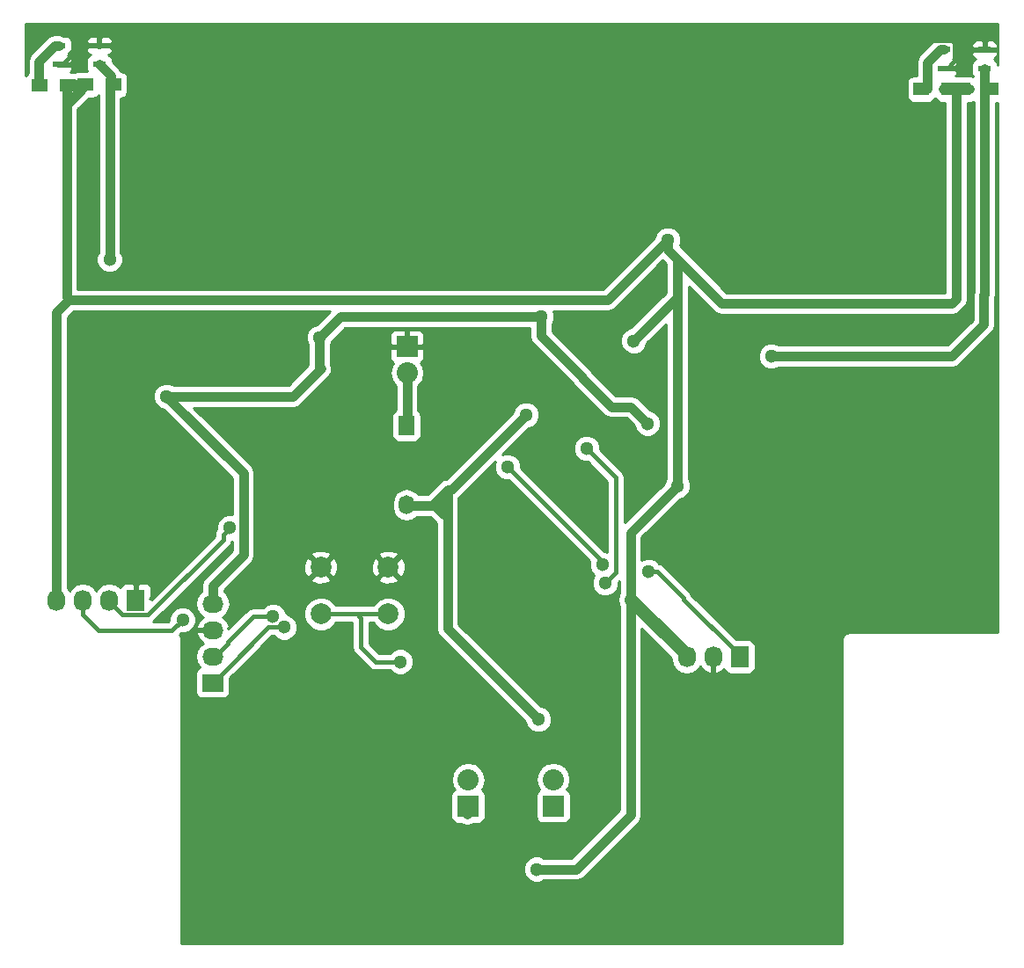
<source format=gbr>
G04 #@! TF.FileFunction,Copper,L2,Bot,Signal*
%FSLAX46Y46*%
G04 Gerber Fmt 4.6, Leading zero omitted, Abs format (unit mm)*
G04 Created by KiCad (PCBNEW 4.0.4-stable) date 11/02/17 14:02:35*
%MOMM*%
%LPD*%
G01*
G04 APERTURE LIST*
%ADD10C,0.100000*%
%ADD11R,1.727200X2.032000*%
%ADD12O,1.727200X2.032000*%
%ADD13C,2.000000*%
%ADD14R,2.032000X2.032000*%
%ADD15O,2.032000X2.032000*%
%ADD16R,2.032000X1.727200*%
%ADD17O,2.032000X1.727200*%
%ADD18R,1.524000X1.824000*%
%ADD19O,1.524000X1.824000*%
%ADD20R,1.300000X0.600000*%
%ADD21R,1.500000X1.300000*%
%ADD22C,1.300000*%
%ADD23C,0.406400*%
%ADD24C,0.889000*%
%ADD25C,1.270000*%
%ADD26C,0.304800*%
%ADD27C,0.254000*%
G04 APERTURE END LIST*
D10*
D11*
X111290000Y-116220000D03*
D12*
X108750000Y-116220000D03*
X106210000Y-116220000D03*
X103670000Y-116220000D03*
D13*
X129110000Y-117540000D03*
X129110000Y-113040000D03*
X135610000Y-117540000D03*
X135610000Y-113040000D03*
D14*
X137410000Y-91780000D03*
D15*
X137410000Y-94320000D03*
D16*
X118710000Y-124170000D03*
D17*
X118710000Y-121630000D03*
X118710000Y-119090000D03*
X118710000Y-116550000D03*
D14*
X151480000Y-136030000D03*
D15*
X151480000Y-133490000D03*
D11*
X169418000Y-121666000D03*
D12*
X166878000Y-121666000D03*
X164338000Y-121666000D03*
D14*
X143290000Y-136050000D03*
D15*
X143290000Y-133510000D03*
D18*
X137360000Y-99410000D03*
D19*
X137360000Y-107030000D03*
D20*
X189070000Y-63200000D03*
X193000000Y-63200000D03*
X189070000Y-65000000D03*
X193000000Y-65000000D03*
X103870000Y-62810000D03*
X107800000Y-62810000D03*
X103870000Y-64610000D03*
X107800000Y-64610000D03*
D21*
X186900000Y-67000000D03*
X189600000Y-67000000D03*
X193600000Y-67000000D03*
X190900000Y-67000000D03*
X102050000Y-66620000D03*
X104750000Y-66620000D03*
X109120000Y-66580000D03*
X106420000Y-66580000D03*
D22*
X137668000Y-85090000D03*
X129140000Y-127550000D03*
X165730000Y-137430000D03*
X152650000Y-129830000D03*
X154470000Y-136300000D03*
X143270000Y-130360000D03*
X140650000Y-135860000D03*
X150060000Y-127690000D03*
X148860000Y-98370000D03*
X160560000Y-99190000D03*
X150300000Y-88910000D03*
X128990000Y-90920000D03*
X114250000Y-96590000D03*
X159220000Y-91240000D03*
X149860000Y-142120000D03*
X163420000Y-105210000D03*
X162490000Y-81530000D03*
X136750000Y-122140000D03*
X125570608Y-118820620D03*
X124520000Y-117750000D03*
X160650000Y-113480000D03*
X120360000Y-109250000D03*
X115810000Y-118110000D03*
X156464000Y-114554000D03*
X154686000Y-101600000D03*
X172480000Y-92720000D03*
X147066000Y-103378000D03*
X156210000Y-112776000D03*
X108780000Y-83420000D03*
D23*
X189070000Y-65000000D02*
X189420000Y-65000000D01*
X189420000Y-65000000D02*
X190123201Y-64296799D01*
X190123201Y-64296799D02*
X190123201Y-62577439D01*
X190123201Y-62577439D02*
X189898052Y-62352290D01*
X189898052Y-62352290D02*
X160405710Y-62352290D01*
X160405710Y-62352290D02*
X138317999Y-84440001D01*
X138317999Y-84440001D02*
X137668000Y-85090000D01*
X107800000Y-62810000D02*
X108856400Y-62810000D01*
X108856400Y-62810000D02*
X131136400Y-85090000D01*
X131136400Y-85090000D02*
X137668000Y-85090000D01*
X107800000Y-62810000D02*
X105670000Y-62810000D01*
X105670000Y-62810000D02*
X104926400Y-63553600D01*
X104926400Y-63903600D02*
X104220000Y-64610000D01*
X104926400Y-63553600D02*
X104926400Y-63903600D01*
X104220000Y-64610000D02*
X103870000Y-64610000D01*
X193000000Y-63200000D02*
X190870000Y-63200000D01*
X190870000Y-63200000D02*
X190126400Y-63943600D01*
X190126400Y-63943600D02*
X190126400Y-64293600D01*
X190126400Y-64293600D02*
X189420000Y-65000000D01*
D24*
X139790000Y-107100000D02*
X140580000Y-107100000D01*
X141300000Y-105590000D02*
X141640000Y-105590000D01*
X141640000Y-105590000D02*
X148860000Y-98370000D01*
X141300000Y-105590000D02*
X141300000Y-108330000D01*
X141300000Y-108330000D02*
X141300000Y-118950000D01*
X139790000Y-107100000D02*
X140070000Y-107100000D01*
X140070000Y-107100000D02*
X141300000Y-108330000D01*
X141300000Y-105590000D02*
X139790000Y-107100000D01*
X139790000Y-107100000D02*
X137860000Y-107100000D01*
X147770000Y-125420000D02*
X147790000Y-125420000D01*
X147790000Y-125420000D02*
X150060000Y-127690000D01*
X146910000Y-124560000D02*
X147770000Y-125420000D01*
X141300000Y-118950000D02*
X146910000Y-124560000D01*
X150300000Y-88910000D02*
X131000000Y-88910000D01*
X131000000Y-88910000D02*
X128990000Y-90920000D01*
X160560000Y-99190000D02*
X158950000Y-97580000D01*
X158950000Y-97580000D02*
X157050000Y-97580000D01*
X157050000Y-97580000D02*
X157110000Y-97520000D01*
X154300001Y-94830001D02*
X157050000Y-97580000D01*
X154300001Y-94780001D02*
X154300001Y-94830001D01*
X154300001Y-94780001D02*
X150300000Y-90780000D01*
X150300000Y-88910000D02*
X150300000Y-90780000D01*
X129110000Y-93920000D02*
X128990000Y-93800000D01*
X128990000Y-93800000D02*
X128990000Y-90920000D01*
X129110000Y-93920000D02*
X126440000Y-96590000D01*
X126440000Y-96590000D02*
X123320000Y-96590000D01*
X123320000Y-96590000D02*
X114250000Y-96590000D01*
X121654501Y-111852899D02*
X121654501Y-103994501D01*
X121654501Y-103994501D02*
X114250000Y-96590000D01*
X118710000Y-114797400D02*
X118710000Y-116550000D01*
X121654501Y-111852899D02*
X118710000Y-114797400D01*
D25*
X158910000Y-116160000D02*
X158984400Y-116160000D01*
X158984400Y-116160000D02*
X164338000Y-121513600D01*
X164338000Y-121513600D02*
X164338000Y-121666000D01*
D24*
X158910000Y-116160000D02*
X158910000Y-109720000D01*
X158910000Y-109720000D02*
X163420000Y-105210000D01*
X163420000Y-105210000D02*
X163420000Y-86940000D01*
X163420000Y-86940000D02*
X163420000Y-83400762D01*
X159220000Y-91240000D02*
X163420000Y-87040000D01*
X163420000Y-87040000D02*
X163420000Y-86940000D01*
X158910000Y-116160000D02*
X158910000Y-136880000D01*
X158910000Y-136880000D02*
X153670000Y-142120000D01*
X153670000Y-142120000D02*
X149860000Y-142120000D01*
X104630000Y-68880000D02*
X104630000Y-66630000D01*
X104630000Y-87080000D02*
X104630000Y-68880000D01*
X104630000Y-68880000D02*
X104630000Y-68470000D01*
X104630000Y-68470000D02*
X106520000Y-66580000D01*
X106520000Y-66580000D02*
X106670000Y-66580000D01*
X150565862Y-142120000D02*
X149860000Y-142120000D01*
X106160000Y-66550000D02*
X104440000Y-66550000D01*
X104650000Y-66610000D02*
X104630000Y-66630000D01*
X104864501Y-87314501D02*
X104630000Y-87080000D01*
X189000000Y-67000000D02*
X191500000Y-67000000D01*
X104864501Y-87314501D02*
X103670000Y-88509002D01*
X103670000Y-88509002D02*
X103670000Y-116220000D01*
D23*
X190250000Y-67000000D02*
X189000000Y-67000000D01*
X191500000Y-67000000D02*
X190250000Y-67000000D01*
D24*
X190250000Y-67000000D02*
X190250000Y-87240000D01*
X190250000Y-87240000D02*
X189831000Y-87659000D01*
X163420000Y-83400762D02*
X163430762Y-83390000D01*
D26*
X163420000Y-104420000D02*
X163420000Y-105210000D01*
X163420000Y-83570762D02*
X163420000Y-104420000D01*
X163430762Y-83560000D02*
X163430762Y-104200000D01*
X163430762Y-83390000D02*
X163430762Y-83560000D01*
X163430762Y-83560000D02*
X163420000Y-83570762D01*
X163430762Y-104200000D02*
X163430762Y-105199238D01*
D24*
X163430762Y-83390000D02*
X167699762Y-87659000D01*
X162490000Y-82449238D02*
X163430762Y-83390000D01*
D26*
X163430762Y-105199238D02*
X163420000Y-105210000D01*
D24*
X162490000Y-81530000D02*
X156705499Y-87314501D01*
X156705499Y-87314501D02*
X104864501Y-87314501D01*
X162490000Y-81530000D02*
X162490000Y-82449238D01*
X167699762Y-87659000D02*
X189831000Y-87659000D01*
D23*
X132980000Y-120760000D02*
X134360000Y-122140000D01*
X134360000Y-122140000D02*
X136750000Y-122140000D01*
X132980000Y-120630000D02*
X132980000Y-120760000D01*
X132220000Y-117540000D02*
X132600000Y-117540000D01*
X132600000Y-117540000D02*
X135610000Y-117540000D01*
X132980000Y-120630000D02*
X132980000Y-117920000D01*
X132980000Y-117920000D02*
X132600000Y-117540000D01*
X129110000Y-117540000D02*
X132220000Y-117540000D01*
D24*
X137410000Y-94320000D02*
X137410000Y-99360000D01*
X137410000Y-99360000D02*
X137360000Y-99410000D01*
D23*
X125570608Y-118820620D02*
X124059380Y-118820620D01*
X124059380Y-118820620D02*
X118710000Y-124170000D01*
D26*
X125570608Y-118820620D02*
X124651370Y-118820620D01*
D27*
X118862400Y-124170000D02*
X118710000Y-124170000D01*
X122660000Y-120372400D02*
X118862400Y-124170000D01*
X122660000Y-120240000D02*
X122660000Y-120372400D01*
D23*
X124520000Y-117750000D02*
X122590000Y-117750000D01*
X122590000Y-117750000D02*
X120132400Y-120207600D01*
X120132400Y-120207600D02*
X120132400Y-120360000D01*
X118862400Y-121630000D02*
X118710000Y-121630000D01*
X120132400Y-120360000D02*
X118862400Y-121630000D01*
D24*
X151690000Y-133440000D02*
X151810000Y-133560000D01*
D23*
X163990000Y-116160000D02*
X164064400Y-116160000D01*
X164064400Y-116160000D02*
X169418000Y-121513600D01*
X169418000Y-121513600D02*
X169418000Y-121666000D01*
X163990000Y-116007600D02*
X161462400Y-113480000D01*
X161462400Y-113480000D02*
X160650000Y-113480000D01*
X163990000Y-116160000D02*
X163990000Y-116007600D01*
X108750000Y-116220000D02*
X108750000Y-116372400D01*
X108750000Y-116372400D02*
X110016801Y-117639201D01*
X110016801Y-117639201D02*
X112476161Y-117639201D01*
X112476161Y-117639201D02*
X119710001Y-110405361D01*
X119710001Y-110405361D02*
X119710001Y-109899999D01*
X119710001Y-109899999D02*
X120360000Y-109250000D01*
D26*
X108750000Y-116220000D02*
X108750000Y-116067600D01*
D23*
X107717600Y-119150000D02*
X114770000Y-119150000D01*
X114770000Y-119150000D02*
X115810000Y-118110000D01*
X106210000Y-116220000D02*
X106210000Y-117642400D01*
X106210000Y-117642400D02*
X107717600Y-119150000D01*
D27*
X106210000Y-116372400D02*
X106210000Y-116220000D01*
D26*
X106210000Y-116067600D02*
X106210000Y-116220000D01*
D24*
X143200000Y-136140000D02*
X143200000Y-136820001D01*
X189070000Y-63200000D02*
X188759898Y-63200000D01*
X188759898Y-63200000D02*
X187500000Y-64459898D01*
X187500000Y-64459898D02*
X187500000Y-65661000D01*
X187500000Y-65661000D02*
X187500000Y-67000000D01*
D23*
X154686000Y-101600000D02*
X157517201Y-104431201D01*
X157517201Y-104431201D02*
X157517201Y-113500799D01*
X157517201Y-113500799D02*
X156464000Y-114554000D01*
D24*
X192920000Y-89680000D02*
X189880000Y-92720000D01*
X189880000Y-92720000D02*
X172480000Y-92720000D01*
X192920000Y-88870000D02*
X192920000Y-89680000D01*
X193000000Y-65000000D02*
X193000000Y-67000000D01*
X193000000Y-86750000D02*
X192920000Y-86830000D01*
X192920000Y-86830000D02*
X192920000Y-88870000D01*
X193000000Y-67000000D02*
X193000000Y-86750000D01*
X193000000Y-86750000D02*
X192930000Y-86820000D01*
D23*
X193000000Y-86750000D02*
X193000000Y-65000000D01*
D24*
X103870000Y-62810000D02*
X103520000Y-62810000D01*
X101991000Y-66311000D02*
X102300000Y-66620000D01*
X103520000Y-62810000D02*
X101991000Y-64339000D01*
X101991000Y-64339000D02*
X101991000Y-66311000D01*
D23*
X147066000Y-103378000D02*
X156210000Y-112522000D01*
X156210000Y-112522000D02*
X156210000Y-112776000D01*
X155825450Y-112776000D02*
X156210000Y-112776000D01*
D24*
X108780000Y-83420000D02*
X108780000Y-66670000D01*
X108780000Y-66670000D02*
X108870000Y-66580000D01*
X108790000Y-66660000D02*
X108870000Y-66580000D01*
X108870000Y-66580000D02*
X108870000Y-65680000D01*
X108870000Y-65680000D02*
X107800000Y-64610000D01*
D27*
G36*
X191920500Y-86427812D02*
X191840500Y-86830000D01*
X191840500Y-89232856D01*
X189432856Y-91640500D01*
X173218064Y-91640500D01*
X173208845Y-91631265D01*
X172736724Y-91435223D01*
X172225519Y-91434777D01*
X171753057Y-91629995D01*
X171391265Y-91991155D01*
X171195223Y-92463276D01*
X171194777Y-92974481D01*
X171389995Y-93446943D01*
X171751155Y-93808735D01*
X172223276Y-94004777D01*
X172734481Y-94005223D01*
X173206943Y-93810005D01*
X173217466Y-93799500D01*
X189880000Y-93799500D01*
X190293107Y-93717328D01*
X190643322Y-93483322D01*
X193683322Y-90443322D01*
X193917328Y-90093107D01*
X193999500Y-89680000D01*
X193999500Y-87152188D01*
X194079500Y-86750000D01*
X194079500Y-68297440D01*
X194290000Y-68297440D01*
X194290000Y-119290000D01*
X180000000Y-119290000D01*
X179728295Y-119344046D01*
X179497954Y-119497954D01*
X179344046Y-119728295D01*
X179290000Y-120000000D01*
X179290000Y-149290000D01*
X115710000Y-149290000D01*
X115710000Y-135034000D01*
X141626560Y-135034000D01*
X141626560Y-137066000D01*
X141670838Y-137301317D01*
X141809910Y-137517441D01*
X142022110Y-137662431D01*
X142274000Y-137713440D01*
X142631412Y-137713440D01*
X142786893Y-137817329D01*
X143200000Y-137899501D01*
X143613107Y-137817329D01*
X143768588Y-137713440D01*
X144306000Y-137713440D01*
X144541317Y-137669162D01*
X144757441Y-137530090D01*
X144902431Y-137317890D01*
X144953440Y-137066000D01*
X144953440Y-135034000D01*
X144949677Y-135014000D01*
X149816560Y-135014000D01*
X149816560Y-137046000D01*
X149860838Y-137281317D01*
X149999910Y-137497441D01*
X150212110Y-137642431D01*
X150464000Y-137693440D01*
X152496000Y-137693440D01*
X152731317Y-137649162D01*
X152947441Y-137510090D01*
X153092431Y-137297890D01*
X153143440Y-137046000D01*
X153143440Y-135014000D01*
X153099162Y-134778683D01*
X152960090Y-134562559D01*
X152803794Y-134455767D01*
X153005325Y-134154155D01*
X153131000Y-133522345D01*
X153131000Y-133457655D01*
X153005325Y-132825845D01*
X152647433Y-132290222D01*
X152111810Y-131932330D01*
X151480000Y-131806655D01*
X150848190Y-131932330D01*
X150312567Y-132290222D01*
X149954675Y-132825845D01*
X149829000Y-133457655D01*
X149829000Y-133522345D01*
X149954675Y-134154155D01*
X150157004Y-134456962D01*
X150012559Y-134549910D01*
X149867569Y-134762110D01*
X149816560Y-135014000D01*
X144949677Y-135014000D01*
X144909162Y-134798683D01*
X144770090Y-134582559D01*
X144613794Y-134475767D01*
X144815325Y-134174155D01*
X144941000Y-133542345D01*
X144941000Y-133477655D01*
X144815325Y-132845845D01*
X144457433Y-132310222D01*
X143921810Y-131952330D01*
X143290000Y-131826655D01*
X142658190Y-131952330D01*
X142122567Y-132310222D01*
X141764675Y-132845845D01*
X141639000Y-133477655D01*
X141639000Y-133542345D01*
X141764675Y-134174155D01*
X141967004Y-134476962D01*
X141822559Y-134569910D01*
X141677569Y-134782110D01*
X141626560Y-135034000D01*
X115710000Y-135034000D01*
X115710000Y-120000000D01*
X115655954Y-119728295D01*
X115544261Y-119561133D01*
X115710480Y-119394914D01*
X116064481Y-119395223D01*
X116536943Y-119200005D01*
X116898735Y-118838845D01*
X117094777Y-118366724D01*
X117095223Y-117855519D01*
X116900005Y-117383057D01*
X116538845Y-117021265D01*
X116066724Y-116825223D01*
X115555519Y-116824777D01*
X115083057Y-117019995D01*
X114721265Y-117381155D01*
X114525223Y-117853276D01*
X114524912Y-118209694D01*
X114422806Y-118311800D01*
X112949277Y-118311800D01*
X113068858Y-118231898D01*
X120302698Y-110998058D01*
X120484397Y-110726126D01*
X120522386Y-110535143D01*
X120575001Y-110535189D01*
X120575001Y-111405755D01*
X117946678Y-114034078D01*
X117712672Y-114384293D01*
X117630500Y-114797400D01*
X117630500Y-115380137D01*
X117465585Y-115490330D01*
X117140729Y-115976511D01*
X117026655Y-116550000D01*
X117140729Y-117123489D01*
X117465585Y-117609670D01*
X117775069Y-117816461D01*
X117359268Y-118187964D01*
X117105291Y-118715209D01*
X117102642Y-118730974D01*
X117223783Y-118963000D01*
X118583000Y-118963000D01*
X118583000Y-118943000D01*
X118837000Y-118943000D01*
X118837000Y-118963000D01*
X118857000Y-118963000D01*
X118857000Y-119217000D01*
X118837000Y-119217000D01*
X118837000Y-119237000D01*
X118583000Y-119237000D01*
X118583000Y-119217000D01*
X117223783Y-119217000D01*
X117102642Y-119449026D01*
X117105291Y-119464791D01*
X117359268Y-119992036D01*
X117775069Y-120363539D01*
X117465585Y-120570330D01*
X117140729Y-121056511D01*
X117026655Y-121630000D01*
X117140729Y-122203489D01*
X117465585Y-122689670D01*
X117479913Y-122699243D01*
X117458683Y-122703238D01*
X117242559Y-122842310D01*
X117097569Y-123054510D01*
X117046560Y-123306400D01*
X117046560Y-125033600D01*
X117090838Y-125268917D01*
X117229910Y-125485041D01*
X117442110Y-125630031D01*
X117694000Y-125681040D01*
X119726000Y-125681040D01*
X119961317Y-125636762D01*
X120177441Y-125497690D01*
X120322431Y-125285490D01*
X120373440Y-125033600D01*
X120373440Y-123736590D01*
X123198815Y-120911216D01*
X123288699Y-120776695D01*
X124406574Y-119658820D01*
X124591666Y-119658820D01*
X124841763Y-119909355D01*
X125313884Y-120105397D01*
X125825089Y-120105843D01*
X126297551Y-119910625D01*
X126659343Y-119549465D01*
X126855385Y-119077344D01*
X126855831Y-118566139D01*
X126660613Y-118093677D01*
X126431133Y-117863795D01*
X127474716Y-117863795D01*
X127723106Y-118464943D01*
X128182637Y-118925278D01*
X128783352Y-119174716D01*
X129433795Y-119175284D01*
X130034943Y-118926894D01*
X130495278Y-118467363D01*
X130532302Y-118378200D01*
X132141800Y-118378200D01*
X132141800Y-120760000D01*
X132205604Y-121080766D01*
X132387303Y-121352697D01*
X133767303Y-122732697D01*
X134039235Y-122914396D01*
X134360000Y-122978200D01*
X135771058Y-122978200D01*
X136021155Y-123228735D01*
X136493276Y-123424777D01*
X137004481Y-123425223D01*
X137476943Y-123230005D01*
X137838735Y-122868845D01*
X138034777Y-122396724D01*
X138035223Y-121885519D01*
X137840005Y-121413057D01*
X137478845Y-121051265D01*
X137006724Y-120855223D01*
X136495519Y-120854777D01*
X136023057Y-121049995D01*
X135770811Y-121301800D01*
X134707194Y-121301800D01*
X133818200Y-120412806D01*
X133818200Y-118378200D01*
X134187264Y-118378200D01*
X134223106Y-118464943D01*
X134682637Y-118925278D01*
X135283352Y-119174716D01*
X135933795Y-119175284D01*
X136534943Y-118926894D01*
X136995278Y-118467363D01*
X137244716Y-117866648D01*
X137245284Y-117216205D01*
X136996894Y-116615057D01*
X136537363Y-116154722D01*
X135936648Y-115905284D01*
X135286205Y-115904716D01*
X134685057Y-116153106D01*
X134224722Y-116612637D01*
X134187698Y-116701800D01*
X130532736Y-116701800D01*
X130496894Y-116615057D01*
X130037363Y-116154722D01*
X129436648Y-115905284D01*
X128786205Y-115904716D01*
X128185057Y-116153106D01*
X127724722Y-116612637D01*
X127475284Y-117213352D01*
X127474716Y-117863795D01*
X126431133Y-117863795D01*
X126299453Y-117731885D01*
X125827332Y-117535843D01*
X125805188Y-117535824D01*
X125805223Y-117495519D01*
X125610005Y-117023057D01*
X125248845Y-116661265D01*
X124776724Y-116465223D01*
X124265519Y-116464777D01*
X123793057Y-116659995D01*
X123540811Y-116911800D01*
X122590000Y-116911800D01*
X122269234Y-116975604D01*
X121997303Y-117157303D01*
X120201254Y-118953352D01*
X120317358Y-118730974D01*
X120314709Y-118715209D01*
X120060732Y-118187964D01*
X119644931Y-117816461D01*
X119954415Y-117609670D01*
X120279271Y-117123489D01*
X120393345Y-116550000D01*
X120279271Y-115976511D01*
X119954415Y-115490330D01*
X119789500Y-115380137D01*
X119789500Y-115244544D01*
X120841512Y-114192532D01*
X128137073Y-114192532D01*
X128235736Y-114459387D01*
X128845461Y-114685908D01*
X129495460Y-114661856D01*
X129984264Y-114459387D01*
X130082927Y-114192532D01*
X134637073Y-114192532D01*
X134735736Y-114459387D01*
X135345461Y-114685908D01*
X135995460Y-114661856D01*
X136484264Y-114459387D01*
X136582927Y-114192532D01*
X135610000Y-113219605D01*
X134637073Y-114192532D01*
X130082927Y-114192532D01*
X129110000Y-113219605D01*
X128137073Y-114192532D01*
X120841512Y-114192532D01*
X122258583Y-112775461D01*
X127464092Y-112775461D01*
X127488144Y-113425460D01*
X127690613Y-113914264D01*
X127957468Y-114012927D01*
X128930395Y-113040000D01*
X129289605Y-113040000D01*
X130262532Y-114012927D01*
X130529387Y-113914264D01*
X130755908Y-113304539D01*
X130736331Y-112775461D01*
X133964092Y-112775461D01*
X133988144Y-113425460D01*
X134190613Y-113914264D01*
X134457468Y-114012927D01*
X135430395Y-113040000D01*
X135789605Y-113040000D01*
X136762532Y-114012927D01*
X137029387Y-113914264D01*
X137255908Y-113304539D01*
X137231856Y-112654540D01*
X137029387Y-112165736D01*
X136762532Y-112067073D01*
X135789605Y-113040000D01*
X135430395Y-113040000D01*
X134457468Y-112067073D01*
X134190613Y-112165736D01*
X133964092Y-112775461D01*
X130736331Y-112775461D01*
X130731856Y-112654540D01*
X130529387Y-112165736D01*
X130262532Y-112067073D01*
X129289605Y-113040000D01*
X128930395Y-113040000D01*
X127957468Y-112067073D01*
X127690613Y-112165736D01*
X127464092Y-112775461D01*
X122258583Y-112775461D01*
X122417823Y-112616221D01*
X122651829Y-112266006D01*
X122727124Y-111887468D01*
X128137073Y-111887468D01*
X129110000Y-112860395D01*
X130082927Y-111887468D01*
X134637073Y-111887468D01*
X135610000Y-112860395D01*
X136582927Y-111887468D01*
X136484264Y-111620613D01*
X135874539Y-111394092D01*
X135224540Y-111418144D01*
X134735736Y-111620613D01*
X134637073Y-111887468D01*
X130082927Y-111887468D01*
X129984264Y-111620613D01*
X129374539Y-111394092D01*
X128724540Y-111418144D01*
X128235736Y-111620613D01*
X128137073Y-111887468D01*
X122727124Y-111887468D01*
X122734001Y-111852899D01*
X122734001Y-103994506D01*
X122734002Y-103994501D01*
X122651829Y-103581395D01*
X122651829Y-103581394D01*
X122417823Y-103231179D01*
X116856144Y-97669500D01*
X126440000Y-97669500D01*
X126853107Y-97587328D01*
X127203322Y-97353322D01*
X129873322Y-94683322D01*
X130107328Y-94333107D01*
X130116369Y-94287655D01*
X130189501Y-93920000D01*
X130107328Y-93506894D01*
X130069500Y-93450280D01*
X130069500Y-92065750D01*
X135759000Y-92065750D01*
X135759000Y-92922309D01*
X135855673Y-93155698D01*
X136034301Y-93334327D01*
X136085372Y-93355481D01*
X135884675Y-93655845D01*
X135759000Y-94287655D01*
X135759000Y-94352345D01*
X135884675Y-94984155D01*
X136242567Y-95519778D01*
X136330500Y-95578533D01*
X136330500Y-97915547D01*
X136146559Y-98033910D01*
X136001569Y-98246110D01*
X135950560Y-98498000D01*
X135950560Y-100322000D01*
X135994838Y-100557317D01*
X136133910Y-100773441D01*
X136346110Y-100918431D01*
X136598000Y-100969440D01*
X138122000Y-100969440D01*
X138357317Y-100925162D01*
X138573441Y-100786090D01*
X138718431Y-100573890D01*
X138769440Y-100322000D01*
X138769440Y-98498000D01*
X138725162Y-98262683D01*
X138586090Y-98046559D01*
X138489500Y-97980562D01*
X138489500Y-95578533D01*
X138577433Y-95519778D01*
X138935325Y-94984155D01*
X139061000Y-94352345D01*
X139061000Y-94287655D01*
X138935325Y-93655845D01*
X138734628Y-93355481D01*
X138785699Y-93334327D01*
X138964327Y-93155698D01*
X139061000Y-92922309D01*
X139061000Y-92065750D01*
X138902250Y-91907000D01*
X137537000Y-91907000D01*
X137537000Y-91927000D01*
X137283000Y-91927000D01*
X137283000Y-91907000D01*
X135917750Y-91907000D01*
X135759000Y-92065750D01*
X130069500Y-92065750D01*
X130069500Y-91658064D01*
X130078735Y-91648845D01*
X130274777Y-91176724D01*
X130274790Y-91161854D01*
X130798953Y-90637691D01*
X135759000Y-90637691D01*
X135759000Y-91494250D01*
X135917750Y-91653000D01*
X137283000Y-91653000D01*
X137283000Y-90287750D01*
X137537000Y-90287750D01*
X137537000Y-91653000D01*
X138902250Y-91653000D01*
X139061000Y-91494250D01*
X139061000Y-90637691D01*
X138964327Y-90404302D01*
X138785699Y-90225673D01*
X138552310Y-90129000D01*
X137695750Y-90129000D01*
X137537000Y-90287750D01*
X137283000Y-90287750D01*
X137124250Y-90129000D01*
X136267690Y-90129000D01*
X136034301Y-90225673D01*
X135855673Y-90404302D01*
X135759000Y-90637691D01*
X130798953Y-90637691D01*
X131447144Y-89989500D01*
X149220500Y-89989500D01*
X149220500Y-90780000D01*
X149302672Y-91193107D01*
X149536678Y-91543322D01*
X153435996Y-95442640D01*
X153536679Y-95593323D01*
X156286678Y-98343322D01*
X156636893Y-98577328D01*
X157050000Y-98659500D01*
X158502856Y-98659500D01*
X159274788Y-99431432D01*
X159274777Y-99444481D01*
X159469995Y-99916943D01*
X159831155Y-100278735D01*
X160303276Y-100474777D01*
X160814481Y-100475223D01*
X161286943Y-100280005D01*
X161648735Y-99918845D01*
X161844777Y-99446724D01*
X161845223Y-98935519D01*
X161650005Y-98463057D01*
X161288845Y-98101265D01*
X160816724Y-97905223D01*
X160801854Y-97905210D01*
X159713322Y-96816678D01*
X159363107Y-96582672D01*
X158950000Y-96500500D01*
X157497144Y-96500500D01*
X155164006Y-94167362D01*
X155063323Y-94016679D01*
X151379500Y-90332856D01*
X151379500Y-89648064D01*
X151388735Y-89638845D01*
X151584777Y-89166724D01*
X151585223Y-88655519D01*
X151477166Y-88394001D01*
X156705499Y-88394001D01*
X157118606Y-88311829D01*
X157468821Y-88077823D01*
X162030381Y-83516263D01*
X162340500Y-83826382D01*
X162340500Y-86592856D01*
X158978568Y-89954788D01*
X158965519Y-89954777D01*
X158493057Y-90149995D01*
X158131265Y-90511155D01*
X157935223Y-90983276D01*
X157934777Y-91494481D01*
X158129995Y-91966943D01*
X158491155Y-92328735D01*
X158963276Y-92524777D01*
X159474481Y-92525223D01*
X159946943Y-92330005D01*
X160308735Y-91968845D01*
X160504777Y-91496724D01*
X160504790Y-91481854D01*
X162340500Y-89646144D01*
X162340500Y-104471936D01*
X162331265Y-104481155D01*
X162135223Y-104953276D01*
X162135210Y-104968146D01*
X158355401Y-108747955D01*
X158355401Y-104431201D01*
X158291597Y-104110436D01*
X158109898Y-103838504D01*
X155970914Y-101699520D01*
X155971223Y-101345519D01*
X155776005Y-100873057D01*
X155414845Y-100511265D01*
X154942724Y-100315223D01*
X154431519Y-100314777D01*
X153959057Y-100509995D01*
X153597265Y-100871155D01*
X153401223Y-101343276D01*
X153400777Y-101854481D01*
X153595995Y-102326943D01*
X153957155Y-102688735D01*
X154429276Y-102884777D01*
X154785694Y-102885088D01*
X156679001Y-104778395D01*
X156679001Y-111579368D01*
X156466724Y-111491223D01*
X156364528Y-111491134D01*
X148350914Y-103477520D01*
X148351223Y-103123519D01*
X148156005Y-102651057D01*
X147794845Y-102289265D01*
X147322724Y-102093223D01*
X146811519Y-102092777D01*
X146559900Y-102196744D01*
X149101432Y-99655212D01*
X149114481Y-99655223D01*
X149586943Y-99460005D01*
X149948735Y-99098845D01*
X150144777Y-98626724D01*
X150145223Y-98115519D01*
X149950005Y-97643057D01*
X149588845Y-97281265D01*
X149116724Y-97085223D01*
X148605519Y-97084777D01*
X148133057Y-97279995D01*
X147771265Y-97641155D01*
X147575223Y-98113276D01*
X147575210Y-98128146D01*
X141166252Y-104537104D01*
X140886893Y-104592672D01*
X140536678Y-104826678D01*
X140536676Y-104826681D01*
X139342856Y-106020500D01*
X138453825Y-106020500D01*
X138347828Y-105861864D01*
X137894609Y-105559032D01*
X137360000Y-105452692D01*
X136825391Y-105559032D01*
X136372172Y-105861864D01*
X136069340Y-106315083D01*
X135963000Y-106849692D01*
X135963000Y-107210308D01*
X136069340Y-107744917D01*
X136372172Y-108198136D01*
X136825391Y-108500968D01*
X137360000Y-108607308D01*
X137894609Y-108500968D01*
X138347828Y-108198136D01*
X138360280Y-108179500D01*
X139622856Y-108179500D01*
X140220500Y-108777144D01*
X140220500Y-118950000D01*
X140302672Y-119363107D01*
X140536678Y-119713322D01*
X147006678Y-126183322D01*
X147066951Y-126223595D01*
X148774788Y-127931432D01*
X148774777Y-127944481D01*
X148969995Y-128416943D01*
X149331155Y-128778735D01*
X149803276Y-128974777D01*
X150314481Y-128975223D01*
X150786943Y-128780005D01*
X151148735Y-128418845D01*
X151344777Y-127946724D01*
X151345223Y-127435519D01*
X151150005Y-126963057D01*
X150788845Y-126601265D01*
X150316724Y-126405223D01*
X150301854Y-126405210D01*
X148553322Y-124656678D01*
X148493049Y-124616405D01*
X142379500Y-118502856D01*
X142379500Y-108330005D01*
X142379501Y-108330000D01*
X142379500Y-108329995D01*
X142379500Y-106369239D01*
X142403322Y-106353322D01*
X145884794Y-102871850D01*
X145781223Y-103121276D01*
X145780777Y-103632481D01*
X145975995Y-104104943D01*
X146337155Y-104466735D01*
X146809276Y-104662777D01*
X147165694Y-104663088D01*
X154953583Y-112450977D01*
X154925223Y-112519276D01*
X154924777Y-113030481D01*
X155119995Y-113502943D01*
X155408513Y-113791965D01*
X155375265Y-113825155D01*
X155179223Y-114297276D01*
X155178777Y-114808481D01*
X155373995Y-115280943D01*
X155735155Y-115642735D01*
X156207276Y-115838777D01*
X156718481Y-115839223D01*
X157190943Y-115644005D01*
X157552735Y-115282845D01*
X157748777Y-114810724D01*
X157749088Y-114454306D01*
X157830500Y-114372894D01*
X157830500Y-115533570D01*
X157736673Y-115673992D01*
X157640000Y-116160000D01*
X157736673Y-116646008D01*
X157830500Y-116786430D01*
X157830500Y-136432856D01*
X153222856Y-141040500D01*
X150598064Y-141040500D01*
X150588845Y-141031265D01*
X150116724Y-140835223D01*
X149605519Y-140834777D01*
X149133057Y-141029995D01*
X148771265Y-141391155D01*
X148575223Y-141863276D01*
X148574777Y-142374481D01*
X148769995Y-142846943D01*
X149131155Y-143208735D01*
X149603276Y-143404777D01*
X150114481Y-143405223D01*
X150586943Y-143210005D01*
X150597466Y-143199500D01*
X153670000Y-143199500D01*
X154083107Y-143117328D01*
X154433322Y-142883322D01*
X159673322Y-137643322D01*
X159907328Y-137293107D01*
X159989500Y-136880000D01*
X159989500Y-118961152D01*
X162839400Y-121811051D01*
X162839400Y-121850745D01*
X162953474Y-122424234D01*
X163278330Y-122910415D01*
X163764511Y-123235271D01*
X164338000Y-123349345D01*
X164911489Y-123235271D01*
X165397670Y-122910415D01*
X165604461Y-122600931D01*
X165975964Y-123016732D01*
X166503209Y-123270709D01*
X166518974Y-123273358D01*
X166751000Y-123152217D01*
X166751000Y-121793000D01*
X166731000Y-121793000D01*
X166731000Y-121539000D01*
X166751000Y-121539000D01*
X166751000Y-121519000D01*
X167005000Y-121519000D01*
X167005000Y-121539000D01*
X167025000Y-121539000D01*
X167025000Y-121793000D01*
X167005000Y-121793000D01*
X167005000Y-123152217D01*
X167237026Y-123273358D01*
X167252791Y-123270709D01*
X167780036Y-123016732D01*
X167936907Y-122841155D01*
X167951238Y-122917317D01*
X168090310Y-123133441D01*
X168302510Y-123278431D01*
X168554400Y-123329440D01*
X170281600Y-123329440D01*
X170516917Y-123285162D01*
X170733041Y-123146090D01*
X170878031Y-122933890D01*
X170929040Y-122682000D01*
X170929040Y-120650000D01*
X170884762Y-120414683D01*
X170745690Y-120198559D01*
X170533490Y-120053569D01*
X170281600Y-120002560D01*
X169092354Y-120002560D01*
X164739765Y-115649971D01*
X164582697Y-115414903D01*
X162055097Y-112887303D01*
X161783166Y-112705604D01*
X161670205Y-112683135D01*
X161378845Y-112391265D01*
X160906724Y-112195223D01*
X160395519Y-112194777D01*
X159989500Y-112362541D01*
X159989500Y-110167144D01*
X163661432Y-106495212D01*
X163674481Y-106495223D01*
X164146943Y-106300005D01*
X164508735Y-105938845D01*
X164704777Y-105466724D01*
X164705223Y-104955519D01*
X164510005Y-104483057D01*
X164499500Y-104472534D01*
X164499500Y-85985382D01*
X166936440Y-88422322D01*
X167286655Y-88656328D01*
X167355195Y-88669961D01*
X167699762Y-88738501D01*
X167699767Y-88738500D01*
X189831000Y-88738500D01*
X190244107Y-88656328D01*
X190594322Y-88422322D01*
X191013319Y-88003324D01*
X191013322Y-88003322D01*
X191247328Y-87653107D01*
X191329500Y-87240000D01*
X191329500Y-68297440D01*
X191650000Y-68297440D01*
X191885317Y-68253162D01*
X191920500Y-68230522D01*
X191920500Y-86427812D01*
X191920500Y-86427812D01*
G37*
X191920500Y-86427812D02*
X191840500Y-86830000D01*
X191840500Y-89232856D01*
X189432856Y-91640500D01*
X173218064Y-91640500D01*
X173208845Y-91631265D01*
X172736724Y-91435223D01*
X172225519Y-91434777D01*
X171753057Y-91629995D01*
X171391265Y-91991155D01*
X171195223Y-92463276D01*
X171194777Y-92974481D01*
X171389995Y-93446943D01*
X171751155Y-93808735D01*
X172223276Y-94004777D01*
X172734481Y-94005223D01*
X173206943Y-93810005D01*
X173217466Y-93799500D01*
X189880000Y-93799500D01*
X190293107Y-93717328D01*
X190643322Y-93483322D01*
X193683322Y-90443322D01*
X193917328Y-90093107D01*
X193999500Y-89680000D01*
X193999500Y-87152188D01*
X194079500Y-86750000D01*
X194079500Y-68297440D01*
X194290000Y-68297440D01*
X194290000Y-119290000D01*
X180000000Y-119290000D01*
X179728295Y-119344046D01*
X179497954Y-119497954D01*
X179344046Y-119728295D01*
X179290000Y-120000000D01*
X179290000Y-149290000D01*
X115710000Y-149290000D01*
X115710000Y-135034000D01*
X141626560Y-135034000D01*
X141626560Y-137066000D01*
X141670838Y-137301317D01*
X141809910Y-137517441D01*
X142022110Y-137662431D01*
X142274000Y-137713440D01*
X142631412Y-137713440D01*
X142786893Y-137817329D01*
X143200000Y-137899501D01*
X143613107Y-137817329D01*
X143768588Y-137713440D01*
X144306000Y-137713440D01*
X144541317Y-137669162D01*
X144757441Y-137530090D01*
X144902431Y-137317890D01*
X144953440Y-137066000D01*
X144953440Y-135034000D01*
X144949677Y-135014000D01*
X149816560Y-135014000D01*
X149816560Y-137046000D01*
X149860838Y-137281317D01*
X149999910Y-137497441D01*
X150212110Y-137642431D01*
X150464000Y-137693440D01*
X152496000Y-137693440D01*
X152731317Y-137649162D01*
X152947441Y-137510090D01*
X153092431Y-137297890D01*
X153143440Y-137046000D01*
X153143440Y-135014000D01*
X153099162Y-134778683D01*
X152960090Y-134562559D01*
X152803794Y-134455767D01*
X153005325Y-134154155D01*
X153131000Y-133522345D01*
X153131000Y-133457655D01*
X153005325Y-132825845D01*
X152647433Y-132290222D01*
X152111810Y-131932330D01*
X151480000Y-131806655D01*
X150848190Y-131932330D01*
X150312567Y-132290222D01*
X149954675Y-132825845D01*
X149829000Y-133457655D01*
X149829000Y-133522345D01*
X149954675Y-134154155D01*
X150157004Y-134456962D01*
X150012559Y-134549910D01*
X149867569Y-134762110D01*
X149816560Y-135014000D01*
X144949677Y-135014000D01*
X144909162Y-134798683D01*
X144770090Y-134582559D01*
X144613794Y-134475767D01*
X144815325Y-134174155D01*
X144941000Y-133542345D01*
X144941000Y-133477655D01*
X144815325Y-132845845D01*
X144457433Y-132310222D01*
X143921810Y-131952330D01*
X143290000Y-131826655D01*
X142658190Y-131952330D01*
X142122567Y-132310222D01*
X141764675Y-132845845D01*
X141639000Y-133477655D01*
X141639000Y-133542345D01*
X141764675Y-134174155D01*
X141967004Y-134476962D01*
X141822559Y-134569910D01*
X141677569Y-134782110D01*
X141626560Y-135034000D01*
X115710000Y-135034000D01*
X115710000Y-120000000D01*
X115655954Y-119728295D01*
X115544261Y-119561133D01*
X115710480Y-119394914D01*
X116064481Y-119395223D01*
X116536943Y-119200005D01*
X116898735Y-118838845D01*
X117094777Y-118366724D01*
X117095223Y-117855519D01*
X116900005Y-117383057D01*
X116538845Y-117021265D01*
X116066724Y-116825223D01*
X115555519Y-116824777D01*
X115083057Y-117019995D01*
X114721265Y-117381155D01*
X114525223Y-117853276D01*
X114524912Y-118209694D01*
X114422806Y-118311800D01*
X112949277Y-118311800D01*
X113068858Y-118231898D01*
X120302698Y-110998058D01*
X120484397Y-110726126D01*
X120522386Y-110535143D01*
X120575001Y-110535189D01*
X120575001Y-111405755D01*
X117946678Y-114034078D01*
X117712672Y-114384293D01*
X117630500Y-114797400D01*
X117630500Y-115380137D01*
X117465585Y-115490330D01*
X117140729Y-115976511D01*
X117026655Y-116550000D01*
X117140729Y-117123489D01*
X117465585Y-117609670D01*
X117775069Y-117816461D01*
X117359268Y-118187964D01*
X117105291Y-118715209D01*
X117102642Y-118730974D01*
X117223783Y-118963000D01*
X118583000Y-118963000D01*
X118583000Y-118943000D01*
X118837000Y-118943000D01*
X118837000Y-118963000D01*
X118857000Y-118963000D01*
X118857000Y-119217000D01*
X118837000Y-119217000D01*
X118837000Y-119237000D01*
X118583000Y-119237000D01*
X118583000Y-119217000D01*
X117223783Y-119217000D01*
X117102642Y-119449026D01*
X117105291Y-119464791D01*
X117359268Y-119992036D01*
X117775069Y-120363539D01*
X117465585Y-120570330D01*
X117140729Y-121056511D01*
X117026655Y-121630000D01*
X117140729Y-122203489D01*
X117465585Y-122689670D01*
X117479913Y-122699243D01*
X117458683Y-122703238D01*
X117242559Y-122842310D01*
X117097569Y-123054510D01*
X117046560Y-123306400D01*
X117046560Y-125033600D01*
X117090838Y-125268917D01*
X117229910Y-125485041D01*
X117442110Y-125630031D01*
X117694000Y-125681040D01*
X119726000Y-125681040D01*
X119961317Y-125636762D01*
X120177441Y-125497690D01*
X120322431Y-125285490D01*
X120373440Y-125033600D01*
X120373440Y-123736590D01*
X123198815Y-120911216D01*
X123288699Y-120776695D01*
X124406574Y-119658820D01*
X124591666Y-119658820D01*
X124841763Y-119909355D01*
X125313884Y-120105397D01*
X125825089Y-120105843D01*
X126297551Y-119910625D01*
X126659343Y-119549465D01*
X126855385Y-119077344D01*
X126855831Y-118566139D01*
X126660613Y-118093677D01*
X126431133Y-117863795D01*
X127474716Y-117863795D01*
X127723106Y-118464943D01*
X128182637Y-118925278D01*
X128783352Y-119174716D01*
X129433795Y-119175284D01*
X130034943Y-118926894D01*
X130495278Y-118467363D01*
X130532302Y-118378200D01*
X132141800Y-118378200D01*
X132141800Y-120760000D01*
X132205604Y-121080766D01*
X132387303Y-121352697D01*
X133767303Y-122732697D01*
X134039235Y-122914396D01*
X134360000Y-122978200D01*
X135771058Y-122978200D01*
X136021155Y-123228735D01*
X136493276Y-123424777D01*
X137004481Y-123425223D01*
X137476943Y-123230005D01*
X137838735Y-122868845D01*
X138034777Y-122396724D01*
X138035223Y-121885519D01*
X137840005Y-121413057D01*
X137478845Y-121051265D01*
X137006724Y-120855223D01*
X136495519Y-120854777D01*
X136023057Y-121049995D01*
X135770811Y-121301800D01*
X134707194Y-121301800D01*
X133818200Y-120412806D01*
X133818200Y-118378200D01*
X134187264Y-118378200D01*
X134223106Y-118464943D01*
X134682637Y-118925278D01*
X135283352Y-119174716D01*
X135933795Y-119175284D01*
X136534943Y-118926894D01*
X136995278Y-118467363D01*
X137244716Y-117866648D01*
X137245284Y-117216205D01*
X136996894Y-116615057D01*
X136537363Y-116154722D01*
X135936648Y-115905284D01*
X135286205Y-115904716D01*
X134685057Y-116153106D01*
X134224722Y-116612637D01*
X134187698Y-116701800D01*
X130532736Y-116701800D01*
X130496894Y-116615057D01*
X130037363Y-116154722D01*
X129436648Y-115905284D01*
X128786205Y-115904716D01*
X128185057Y-116153106D01*
X127724722Y-116612637D01*
X127475284Y-117213352D01*
X127474716Y-117863795D01*
X126431133Y-117863795D01*
X126299453Y-117731885D01*
X125827332Y-117535843D01*
X125805188Y-117535824D01*
X125805223Y-117495519D01*
X125610005Y-117023057D01*
X125248845Y-116661265D01*
X124776724Y-116465223D01*
X124265519Y-116464777D01*
X123793057Y-116659995D01*
X123540811Y-116911800D01*
X122590000Y-116911800D01*
X122269234Y-116975604D01*
X121997303Y-117157303D01*
X120201254Y-118953352D01*
X120317358Y-118730974D01*
X120314709Y-118715209D01*
X120060732Y-118187964D01*
X119644931Y-117816461D01*
X119954415Y-117609670D01*
X120279271Y-117123489D01*
X120393345Y-116550000D01*
X120279271Y-115976511D01*
X119954415Y-115490330D01*
X119789500Y-115380137D01*
X119789500Y-115244544D01*
X120841512Y-114192532D01*
X128137073Y-114192532D01*
X128235736Y-114459387D01*
X128845461Y-114685908D01*
X129495460Y-114661856D01*
X129984264Y-114459387D01*
X130082927Y-114192532D01*
X134637073Y-114192532D01*
X134735736Y-114459387D01*
X135345461Y-114685908D01*
X135995460Y-114661856D01*
X136484264Y-114459387D01*
X136582927Y-114192532D01*
X135610000Y-113219605D01*
X134637073Y-114192532D01*
X130082927Y-114192532D01*
X129110000Y-113219605D01*
X128137073Y-114192532D01*
X120841512Y-114192532D01*
X122258583Y-112775461D01*
X127464092Y-112775461D01*
X127488144Y-113425460D01*
X127690613Y-113914264D01*
X127957468Y-114012927D01*
X128930395Y-113040000D01*
X129289605Y-113040000D01*
X130262532Y-114012927D01*
X130529387Y-113914264D01*
X130755908Y-113304539D01*
X130736331Y-112775461D01*
X133964092Y-112775461D01*
X133988144Y-113425460D01*
X134190613Y-113914264D01*
X134457468Y-114012927D01*
X135430395Y-113040000D01*
X135789605Y-113040000D01*
X136762532Y-114012927D01*
X137029387Y-113914264D01*
X137255908Y-113304539D01*
X137231856Y-112654540D01*
X137029387Y-112165736D01*
X136762532Y-112067073D01*
X135789605Y-113040000D01*
X135430395Y-113040000D01*
X134457468Y-112067073D01*
X134190613Y-112165736D01*
X133964092Y-112775461D01*
X130736331Y-112775461D01*
X130731856Y-112654540D01*
X130529387Y-112165736D01*
X130262532Y-112067073D01*
X129289605Y-113040000D01*
X128930395Y-113040000D01*
X127957468Y-112067073D01*
X127690613Y-112165736D01*
X127464092Y-112775461D01*
X122258583Y-112775461D01*
X122417823Y-112616221D01*
X122651829Y-112266006D01*
X122727124Y-111887468D01*
X128137073Y-111887468D01*
X129110000Y-112860395D01*
X130082927Y-111887468D01*
X134637073Y-111887468D01*
X135610000Y-112860395D01*
X136582927Y-111887468D01*
X136484264Y-111620613D01*
X135874539Y-111394092D01*
X135224540Y-111418144D01*
X134735736Y-111620613D01*
X134637073Y-111887468D01*
X130082927Y-111887468D01*
X129984264Y-111620613D01*
X129374539Y-111394092D01*
X128724540Y-111418144D01*
X128235736Y-111620613D01*
X128137073Y-111887468D01*
X122727124Y-111887468D01*
X122734001Y-111852899D01*
X122734001Y-103994506D01*
X122734002Y-103994501D01*
X122651829Y-103581395D01*
X122651829Y-103581394D01*
X122417823Y-103231179D01*
X116856144Y-97669500D01*
X126440000Y-97669500D01*
X126853107Y-97587328D01*
X127203322Y-97353322D01*
X129873322Y-94683322D01*
X130107328Y-94333107D01*
X130116369Y-94287655D01*
X130189501Y-93920000D01*
X130107328Y-93506894D01*
X130069500Y-93450280D01*
X130069500Y-92065750D01*
X135759000Y-92065750D01*
X135759000Y-92922309D01*
X135855673Y-93155698D01*
X136034301Y-93334327D01*
X136085372Y-93355481D01*
X135884675Y-93655845D01*
X135759000Y-94287655D01*
X135759000Y-94352345D01*
X135884675Y-94984155D01*
X136242567Y-95519778D01*
X136330500Y-95578533D01*
X136330500Y-97915547D01*
X136146559Y-98033910D01*
X136001569Y-98246110D01*
X135950560Y-98498000D01*
X135950560Y-100322000D01*
X135994838Y-100557317D01*
X136133910Y-100773441D01*
X136346110Y-100918431D01*
X136598000Y-100969440D01*
X138122000Y-100969440D01*
X138357317Y-100925162D01*
X138573441Y-100786090D01*
X138718431Y-100573890D01*
X138769440Y-100322000D01*
X138769440Y-98498000D01*
X138725162Y-98262683D01*
X138586090Y-98046559D01*
X138489500Y-97980562D01*
X138489500Y-95578533D01*
X138577433Y-95519778D01*
X138935325Y-94984155D01*
X139061000Y-94352345D01*
X139061000Y-94287655D01*
X138935325Y-93655845D01*
X138734628Y-93355481D01*
X138785699Y-93334327D01*
X138964327Y-93155698D01*
X139061000Y-92922309D01*
X139061000Y-92065750D01*
X138902250Y-91907000D01*
X137537000Y-91907000D01*
X137537000Y-91927000D01*
X137283000Y-91927000D01*
X137283000Y-91907000D01*
X135917750Y-91907000D01*
X135759000Y-92065750D01*
X130069500Y-92065750D01*
X130069500Y-91658064D01*
X130078735Y-91648845D01*
X130274777Y-91176724D01*
X130274790Y-91161854D01*
X130798953Y-90637691D01*
X135759000Y-90637691D01*
X135759000Y-91494250D01*
X135917750Y-91653000D01*
X137283000Y-91653000D01*
X137283000Y-90287750D01*
X137537000Y-90287750D01*
X137537000Y-91653000D01*
X138902250Y-91653000D01*
X139061000Y-91494250D01*
X139061000Y-90637691D01*
X138964327Y-90404302D01*
X138785699Y-90225673D01*
X138552310Y-90129000D01*
X137695750Y-90129000D01*
X137537000Y-90287750D01*
X137283000Y-90287750D01*
X137124250Y-90129000D01*
X136267690Y-90129000D01*
X136034301Y-90225673D01*
X135855673Y-90404302D01*
X135759000Y-90637691D01*
X130798953Y-90637691D01*
X131447144Y-89989500D01*
X149220500Y-89989500D01*
X149220500Y-90780000D01*
X149302672Y-91193107D01*
X149536678Y-91543322D01*
X153435996Y-95442640D01*
X153536679Y-95593323D01*
X156286678Y-98343322D01*
X156636893Y-98577328D01*
X157050000Y-98659500D01*
X158502856Y-98659500D01*
X159274788Y-99431432D01*
X159274777Y-99444481D01*
X159469995Y-99916943D01*
X159831155Y-100278735D01*
X160303276Y-100474777D01*
X160814481Y-100475223D01*
X161286943Y-100280005D01*
X161648735Y-99918845D01*
X161844777Y-99446724D01*
X161845223Y-98935519D01*
X161650005Y-98463057D01*
X161288845Y-98101265D01*
X160816724Y-97905223D01*
X160801854Y-97905210D01*
X159713322Y-96816678D01*
X159363107Y-96582672D01*
X158950000Y-96500500D01*
X157497144Y-96500500D01*
X155164006Y-94167362D01*
X155063323Y-94016679D01*
X151379500Y-90332856D01*
X151379500Y-89648064D01*
X151388735Y-89638845D01*
X151584777Y-89166724D01*
X151585223Y-88655519D01*
X151477166Y-88394001D01*
X156705499Y-88394001D01*
X157118606Y-88311829D01*
X157468821Y-88077823D01*
X162030381Y-83516263D01*
X162340500Y-83826382D01*
X162340500Y-86592856D01*
X158978568Y-89954788D01*
X158965519Y-89954777D01*
X158493057Y-90149995D01*
X158131265Y-90511155D01*
X157935223Y-90983276D01*
X157934777Y-91494481D01*
X158129995Y-91966943D01*
X158491155Y-92328735D01*
X158963276Y-92524777D01*
X159474481Y-92525223D01*
X159946943Y-92330005D01*
X160308735Y-91968845D01*
X160504777Y-91496724D01*
X160504790Y-91481854D01*
X162340500Y-89646144D01*
X162340500Y-104471936D01*
X162331265Y-104481155D01*
X162135223Y-104953276D01*
X162135210Y-104968146D01*
X158355401Y-108747955D01*
X158355401Y-104431201D01*
X158291597Y-104110436D01*
X158109898Y-103838504D01*
X155970914Y-101699520D01*
X155971223Y-101345519D01*
X155776005Y-100873057D01*
X155414845Y-100511265D01*
X154942724Y-100315223D01*
X154431519Y-100314777D01*
X153959057Y-100509995D01*
X153597265Y-100871155D01*
X153401223Y-101343276D01*
X153400777Y-101854481D01*
X153595995Y-102326943D01*
X153957155Y-102688735D01*
X154429276Y-102884777D01*
X154785694Y-102885088D01*
X156679001Y-104778395D01*
X156679001Y-111579368D01*
X156466724Y-111491223D01*
X156364528Y-111491134D01*
X148350914Y-103477520D01*
X148351223Y-103123519D01*
X148156005Y-102651057D01*
X147794845Y-102289265D01*
X147322724Y-102093223D01*
X146811519Y-102092777D01*
X146559900Y-102196744D01*
X149101432Y-99655212D01*
X149114481Y-99655223D01*
X149586943Y-99460005D01*
X149948735Y-99098845D01*
X150144777Y-98626724D01*
X150145223Y-98115519D01*
X149950005Y-97643057D01*
X149588845Y-97281265D01*
X149116724Y-97085223D01*
X148605519Y-97084777D01*
X148133057Y-97279995D01*
X147771265Y-97641155D01*
X147575223Y-98113276D01*
X147575210Y-98128146D01*
X141166252Y-104537104D01*
X140886893Y-104592672D01*
X140536678Y-104826678D01*
X140536676Y-104826681D01*
X139342856Y-106020500D01*
X138453825Y-106020500D01*
X138347828Y-105861864D01*
X137894609Y-105559032D01*
X137360000Y-105452692D01*
X136825391Y-105559032D01*
X136372172Y-105861864D01*
X136069340Y-106315083D01*
X135963000Y-106849692D01*
X135963000Y-107210308D01*
X136069340Y-107744917D01*
X136372172Y-108198136D01*
X136825391Y-108500968D01*
X137360000Y-108607308D01*
X137894609Y-108500968D01*
X138347828Y-108198136D01*
X138360280Y-108179500D01*
X139622856Y-108179500D01*
X140220500Y-108777144D01*
X140220500Y-118950000D01*
X140302672Y-119363107D01*
X140536678Y-119713322D01*
X147006678Y-126183322D01*
X147066951Y-126223595D01*
X148774788Y-127931432D01*
X148774777Y-127944481D01*
X148969995Y-128416943D01*
X149331155Y-128778735D01*
X149803276Y-128974777D01*
X150314481Y-128975223D01*
X150786943Y-128780005D01*
X151148735Y-128418845D01*
X151344777Y-127946724D01*
X151345223Y-127435519D01*
X151150005Y-126963057D01*
X150788845Y-126601265D01*
X150316724Y-126405223D01*
X150301854Y-126405210D01*
X148553322Y-124656678D01*
X148493049Y-124616405D01*
X142379500Y-118502856D01*
X142379500Y-108330005D01*
X142379501Y-108330000D01*
X142379500Y-108329995D01*
X142379500Y-106369239D01*
X142403322Y-106353322D01*
X145884794Y-102871850D01*
X145781223Y-103121276D01*
X145780777Y-103632481D01*
X145975995Y-104104943D01*
X146337155Y-104466735D01*
X146809276Y-104662777D01*
X147165694Y-104663088D01*
X154953583Y-112450977D01*
X154925223Y-112519276D01*
X154924777Y-113030481D01*
X155119995Y-113502943D01*
X155408513Y-113791965D01*
X155375265Y-113825155D01*
X155179223Y-114297276D01*
X155178777Y-114808481D01*
X155373995Y-115280943D01*
X155735155Y-115642735D01*
X156207276Y-115838777D01*
X156718481Y-115839223D01*
X157190943Y-115644005D01*
X157552735Y-115282845D01*
X157748777Y-114810724D01*
X157749088Y-114454306D01*
X157830500Y-114372894D01*
X157830500Y-115533570D01*
X157736673Y-115673992D01*
X157640000Y-116160000D01*
X157736673Y-116646008D01*
X157830500Y-116786430D01*
X157830500Y-136432856D01*
X153222856Y-141040500D01*
X150598064Y-141040500D01*
X150588845Y-141031265D01*
X150116724Y-140835223D01*
X149605519Y-140834777D01*
X149133057Y-141029995D01*
X148771265Y-141391155D01*
X148575223Y-141863276D01*
X148574777Y-142374481D01*
X148769995Y-142846943D01*
X149131155Y-143208735D01*
X149603276Y-143404777D01*
X150114481Y-143405223D01*
X150586943Y-143210005D01*
X150597466Y-143199500D01*
X153670000Y-143199500D01*
X154083107Y-143117328D01*
X154433322Y-142883322D01*
X159673322Y-137643322D01*
X159907328Y-137293107D01*
X159989500Y-136880000D01*
X159989500Y-118961152D01*
X162839400Y-121811051D01*
X162839400Y-121850745D01*
X162953474Y-122424234D01*
X163278330Y-122910415D01*
X163764511Y-123235271D01*
X164338000Y-123349345D01*
X164911489Y-123235271D01*
X165397670Y-122910415D01*
X165604461Y-122600931D01*
X165975964Y-123016732D01*
X166503209Y-123270709D01*
X166518974Y-123273358D01*
X166751000Y-123152217D01*
X166751000Y-121793000D01*
X166731000Y-121793000D01*
X166731000Y-121539000D01*
X166751000Y-121539000D01*
X166751000Y-121519000D01*
X167005000Y-121519000D01*
X167005000Y-121539000D01*
X167025000Y-121539000D01*
X167025000Y-121793000D01*
X167005000Y-121793000D01*
X167005000Y-123152217D01*
X167237026Y-123273358D01*
X167252791Y-123270709D01*
X167780036Y-123016732D01*
X167936907Y-122841155D01*
X167951238Y-122917317D01*
X168090310Y-123133441D01*
X168302510Y-123278431D01*
X168554400Y-123329440D01*
X170281600Y-123329440D01*
X170516917Y-123285162D01*
X170733041Y-123146090D01*
X170878031Y-122933890D01*
X170929040Y-122682000D01*
X170929040Y-120650000D01*
X170884762Y-120414683D01*
X170745690Y-120198559D01*
X170533490Y-120053569D01*
X170281600Y-120002560D01*
X169092354Y-120002560D01*
X164739765Y-115649971D01*
X164582697Y-115414903D01*
X162055097Y-112887303D01*
X161783166Y-112705604D01*
X161670205Y-112683135D01*
X161378845Y-112391265D01*
X160906724Y-112195223D01*
X160395519Y-112194777D01*
X159989500Y-112362541D01*
X159989500Y-110167144D01*
X163661432Y-106495212D01*
X163674481Y-106495223D01*
X164146943Y-106300005D01*
X164508735Y-105938845D01*
X164704777Y-105466724D01*
X164705223Y-104955519D01*
X164510005Y-104483057D01*
X164499500Y-104472534D01*
X164499500Y-85985382D01*
X166936440Y-88422322D01*
X167286655Y-88656328D01*
X167355195Y-88669961D01*
X167699762Y-88738501D01*
X167699767Y-88738500D01*
X189831000Y-88738500D01*
X190244107Y-88656328D01*
X190594322Y-88422322D01*
X191013319Y-88003324D01*
X191013322Y-88003322D01*
X191247328Y-87653107D01*
X191329500Y-87240000D01*
X191329500Y-68297440D01*
X191650000Y-68297440D01*
X191885317Y-68253162D01*
X191920500Y-68230522D01*
X191920500Y-86427812D01*
G36*
X128748568Y-89634788D02*
X128735519Y-89634777D01*
X128263057Y-89829995D01*
X127901265Y-90191155D01*
X127705223Y-90663276D01*
X127704777Y-91174481D01*
X127899995Y-91646943D01*
X127910500Y-91657466D01*
X127910500Y-93592856D01*
X125992856Y-95510500D01*
X114988064Y-95510500D01*
X114978845Y-95501265D01*
X114506724Y-95305223D01*
X113995519Y-95304777D01*
X113523057Y-95499995D01*
X113161265Y-95861155D01*
X112965223Y-96333276D01*
X112964777Y-96844481D01*
X113159995Y-97316943D01*
X113521155Y-97678735D01*
X113993276Y-97874777D01*
X114008146Y-97874790D01*
X120575001Y-104441645D01*
X120575001Y-107965187D01*
X120105519Y-107964777D01*
X119633057Y-108159995D01*
X119271265Y-108521155D01*
X119075223Y-108993276D01*
X119074894Y-109370773D01*
X118935605Y-109579233D01*
X118935605Y-109579234D01*
X118871801Y-109899999D01*
X118871801Y-110058167D01*
X112788600Y-116141368D01*
X112788600Y-116092998D01*
X112629852Y-116092998D01*
X112788600Y-115934250D01*
X112788600Y-115077690D01*
X112691927Y-114844301D01*
X112513298Y-114665673D01*
X112279909Y-114569000D01*
X111575750Y-114569000D01*
X111417000Y-114727750D01*
X111417000Y-116093000D01*
X111437000Y-116093000D01*
X111437000Y-116347000D01*
X111417000Y-116347000D01*
X111417000Y-116367000D01*
X111163000Y-116367000D01*
X111163000Y-116347000D01*
X111143000Y-116347000D01*
X111143000Y-116093000D01*
X111163000Y-116093000D01*
X111163000Y-114727750D01*
X111004250Y-114569000D01*
X110300091Y-114569000D01*
X110066702Y-114665673D01*
X109888073Y-114844301D01*
X109824500Y-114997780D01*
X109809670Y-114975585D01*
X109323489Y-114650729D01*
X108750000Y-114536655D01*
X108176511Y-114650729D01*
X107690330Y-114975585D01*
X107480000Y-115290366D01*
X107269670Y-114975585D01*
X106783489Y-114650729D01*
X106210000Y-114536655D01*
X105636511Y-114650729D01*
X105150330Y-114975585D01*
X104940000Y-115290366D01*
X104749500Y-115005263D01*
X104749500Y-88956146D01*
X105311644Y-88394001D01*
X129989355Y-88394001D01*
X128748568Y-89634788D01*
X128748568Y-89634788D01*
G37*
X128748568Y-89634788D02*
X128735519Y-89634777D01*
X128263057Y-89829995D01*
X127901265Y-90191155D01*
X127705223Y-90663276D01*
X127704777Y-91174481D01*
X127899995Y-91646943D01*
X127910500Y-91657466D01*
X127910500Y-93592856D01*
X125992856Y-95510500D01*
X114988064Y-95510500D01*
X114978845Y-95501265D01*
X114506724Y-95305223D01*
X113995519Y-95304777D01*
X113523057Y-95499995D01*
X113161265Y-95861155D01*
X112965223Y-96333276D01*
X112964777Y-96844481D01*
X113159995Y-97316943D01*
X113521155Y-97678735D01*
X113993276Y-97874777D01*
X114008146Y-97874790D01*
X120575001Y-104441645D01*
X120575001Y-107965187D01*
X120105519Y-107964777D01*
X119633057Y-108159995D01*
X119271265Y-108521155D01*
X119075223Y-108993276D01*
X119074894Y-109370773D01*
X118935605Y-109579233D01*
X118935605Y-109579234D01*
X118871801Y-109899999D01*
X118871801Y-110058167D01*
X112788600Y-116141368D01*
X112788600Y-116092998D01*
X112629852Y-116092998D01*
X112788600Y-115934250D01*
X112788600Y-115077690D01*
X112691927Y-114844301D01*
X112513298Y-114665673D01*
X112279909Y-114569000D01*
X111575750Y-114569000D01*
X111417000Y-114727750D01*
X111417000Y-116093000D01*
X111437000Y-116093000D01*
X111437000Y-116347000D01*
X111417000Y-116347000D01*
X111417000Y-116367000D01*
X111163000Y-116367000D01*
X111163000Y-116347000D01*
X111143000Y-116347000D01*
X111143000Y-116093000D01*
X111163000Y-116093000D01*
X111163000Y-114727750D01*
X111004250Y-114569000D01*
X110300091Y-114569000D01*
X110066702Y-114665673D01*
X109888073Y-114844301D01*
X109824500Y-114997780D01*
X109809670Y-114975585D01*
X109323489Y-114650729D01*
X108750000Y-114536655D01*
X108176511Y-114650729D01*
X107690330Y-114975585D01*
X107480000Y-115290366D01*
X107269670Y-114975585D01*
X106783489Y-114650729D01*
X106210000Y-114536655D01*
X105636511Y-114650729D01*
X105150330Y-114975585D01*
X104940000Y-115290366D01*
X104749500Y-115005263D01*
X104749500Y-88956146D01*
X105311644Y-88394001D01*
X129989355Y-88394001D01*
X128748568Y-89634788D01*
G36*
X194290000Y-64660460D02*
X194253162Y-64464683D01*
X194114090Y-64248559D01*
X193901890Y-64103569D01*
X193868510Y-64096809D01*
X194009699Y-64038327D01*
X194188327Y-63859698D01*
X194285000Y-63626309D01*
X194285000Y-63485750D01*
X194126250Y-63327000D01*
X193127000Y-63327000D01*
X193127000Y-63347000D01*
X192873000Y-63347000D01*
X192873000Y-63327000D01*
X191873750Y-63327000D01*
X191715000Y-63485750D01*
X191715000Y-63626309D01*
X191811673Y-63859698D01*
X191990301Y-64038327D01*
X192126287Y-64094654D01*
X192114683Y-64096838D01*
X191898559Y-64235910D01*
X191753569Y-64448110D01*
X191702560Y-64700000D01*
X191702560Y-65300000D01*
X191746838Y-65535317D01*
X191885090Y-65750167D01*
X191650000Y-65702560D01*
X190215465Y-65702560D01*
X190258327Y-65659698D01*
X190355000Y-65426309D01*
X190355000Y-65285750D01*
X190196250Y-65127000D01*
X189197000Y-65127000D01*
X189197000Y-65147000D01*
X188943000Y-65147000D01*
X188943000Y-65127000D01*
X188923000Y-65127000D01*
X188923000Y-64873000D01*
X188943000Y-64873000D01*
X188943000Y-64853000D01*
X189197000Y-64853000D01*
X189197000Y-64873000D01*
X190196250Y-64873000D01*
X190355000Y-64714250D01*
X190355000Y-64573691D01*
X190258327Y-64340302D01*
X190079699Y-64161673D01*
X189943713Y-64105346D01*
X189955317Y-64103162D01*
X190171441Y-63964090D01*
X190316431Y-63751890D01*
X190367440Y-63500000D01*
X190367440Y-62900000D01*
X190343674Y-62773691D01*
X191715000Y-62773691D01*
X191715000Y-62914250D01*
X191873750Y-63073000D01*
X192873000Y-63073000D01*
X192873000Y-62423750D01*
X193127000Y-62423750D01*
X193127000Y-63073000D01*
X194126250Y-63073000D01*
X194285000Y-62914250D01*
X194285000Y-62773691D01*
X194188327Y-62540302D01*
X194009699Y-62361673D01*
X193776310Y-62265000D01*
X193285750Y-62265000D01*
X193127000Y-62423750D01*
X192873000Y-62423750D01*
X192714250Y-62265000D01*
X192223690Y-62265000D01*
X191990301Y-62361673D01*
X191811673Y-62540302D01*
X191715000Y-62773691D01*
X190343674Y-62773691D01*
X190323162Y-62664683D01*
X190184090Y-62448559D01*
X189971890Y-62303569D01*
X189720000Y-62252560D01*
X189557770Y-62252560D01*
X189483107Y-62202672D01*
X189070000Y-62120500D01*
X188759898Y-62120500D01*
X188346791Y-62202672D01*
X188214163Y-62291291D01*
X188184683Y-62296838D01*
X187968559Y-62435910D01*
X187906462Y-62526792D01*
X186736678Y-63696576D01*
X186502672Y-64046791D01*
X186420500Y-64459898D01*
X186420500Y-65702560D01*
X186150000Y-65702560D01*
X185914683Y-65746838D01*
X185698559Y-65885910D01*
X185553569Y-66098110D01*
X185502560Y-66350000D01*
X185502560Y-67650000D01*
X185546838Y-67885317D01*
X185685910Y-68101441D01*
X185898110Y-68246431D01*
X186150000Y-68297440D01*
X187650000Y-68297440D01*
X187885317Y-68253162D01*
X188101441Y-68114090D01*
X188246431Y-67901890D01*
X188249081Y-67888803D01*
X188385910Y-68101441D01*
X188598110Y-68246431D01*
X188850000Y-68297440D01*
X189170500Y-68297440D01*
X189170500Y-86579500D01*
X168146906Y-86579500D01*
X163651357Y-82083951D01*
X163774777Y-81786724D01*
X163775223Y-81275519D01*
X163580005Y-80803057D01*
X163218845Y-80441265D01*
X162746724Y-80245223D01*
X162235519Y-80244777D01*
X161763057Y-80439995D01*
X161401265Y-80801155D01*
X161205223Y-81273276D01*
X161205210Y-81288146D01*
X156258355Y-86235001D01*
X105709500Y-86235001D01*
X105709500Y-68917144D01*
X106749204Y-67877440D01*
X107170000Y-67877440D01*
X107405317Y-67833162D01*
X107621441Y-67694090D01*
X107700500Y-67578383D01*
X107700500Y-82681936D01*
X107691265Y-82691155D01*
X107495223Y-83163276D01*
X107494777Y-83674481D01*
X107689995Y-84146943D01*
X108051155Y-84508735D01*
X108523276Y-84704777D01*
X109034481Y-84705223D01*
X109506943Y-84510005D01*
X109868735Y-84148845D01*
X110064777Y-83676724D01*
X110065223Y-83165519D01*
X109870005Y-82693057D01*
X109859500Y-82682534D01*
X109859500Y-67877440D01*
X109870000Y-67877440D01*
X110105317Y-67833162D01*
X110321441Y-67694090D01*
X110466431Y-67481890D01*
X110517440Y-67230000D01*
X110517440Y-65930000D01*
X110473162Y-65694683D01*
X110334090Y-65478559D01*
X110121890Y-65333569D01*
X109870463Y-65282654D01*
X109867328Y-65266894D01*
X109867328Y-65266893D01*
X109633322Y-64916678D01*
X109633319Y-64916676D01*
X109097440Y-64380796D01*
X109097440Y-64310000D01*
X109053162Y-64074683D01*
X108914090Y-63858559D01*
X108701890Y-63713569D01*
X108668510Y-63706809D01*
X108809699Y-63648327D01*
X108988327Y-63469698D01*
X109085000Y-63236309D01*
X109085000Y-63095750D01*
X108926250Y-62937000D01*
X107927000Y-62937000D01*
X107927000Y-62957000D01*
X107673000Y-62957000D01*
X107673000Y-62937000D01*
X106673750Y-62937000D01*
X106515000Y-63095750D01*
X106515000Y-63236309D01*
X106611673Y-63469698D01*
X106790301Y-63648327D01*
X106926287Y-63704654D01*
X106914683Y-63706838D01*
X106698559Y-63845910D01*
X106553569Y-64058110D01*
X106502560Y-64310000D01*
X106502560Y-64910000D01*
X106546838Y-65145317D01*
X106635151Y-65282560D01*
X105670000Y-65282560D01*
X105457419Y-65322560D01*
X105005465Y-65322560D01*
X105058327Y-65269698D01*
X105155000Y-65036309D01*
X105155000Y-64895750D01*
X104996250Y-64737000D01*
X103997000Y-64737000D01*
X103997000Y-64757000D01*
X103743000Y-64757000D01*
X103743000Y-64737000D01*
X103723000Y-64737000D01*
X103723000Y-64483000D01*
X103743000Y-64483000D01*
X103743000Y-64463000D01*
X103997000Y-64463000D01*
X103997000Y-64483000D01*
X104996250Y-64483000D01*
X105155000Y-64324250D01*
X105155000Y-64183691D01*
X105058327Y-63950302D01*
X104879699Y-63771673D01*
X104743713Y-63715346D01*
X104755317Y-63713162D01*
X104971441Y-63574090D01*
X105116431Y-63361890D01*
X105167440Y-63110000D01*
X105167440Y-62510000D01*
X105143674Y-62383691D01*
X106515000Y-62383691D01*
X106515000Y-62524250D01*
X106673750Y-62683000D01*
X107673000Y-62683000D01*
X107673000Y-62033750D01*
X107927000Y-62033750D01*
X107927000Y-62683000D01*
X108926250Y-62683000D01*
X109085000Y-62524250D01*
X109085000Y-62383691D01*
X108988327Y-62150302D01*
X108809699Y-61971673D01*
X108576310Y-61875000D01*
X108085750Y-61875000D01*
X107927000Y-62033750D01*
X107673000Y-62033750D01*
X107514250Y-61875000D01*
X107023690Y-61875000D01*
X106790301Y-61971673D01*
X106611673Y-62150302D01*
X106515000Y-62383691D01*
X105143674Y-62383691D01*
X105123162Y-62274683D01*
X104984090Y-62058559D01*
X104771890Y-61913569D01*
X104520000Y-61862560D01*
X104357770Y-61862560D01*
X104283107Y-61812672D01*
X103870000Y-61730500D01*
X103520005Y-61730500D01*
X103520000Y-61730499D01*
X103175433Y-61799039D01*
X103106893Y-61812672D01*
X102756678Y-62046678D01*
X102756676Y-62046681D01*
X101227678Y-63575678D01*
X100993672Y-63925893D01*
X100911500Y-64339000D01*
X100911500Y-65465409D01*
X100848559Y-65505910D01*
X100710000Y-65708698D01*
X100710000Y-60710000D01*
X194290000Y-60710000D01*
X194290000Y-64660460D01*
X194290000Y-64660460D01*
G37*
X194290000Y-64660460D02*
X194253162Y-64464683D01*
X194114090Y-64248559D01*
X193901890Y-64103569D01*
X193868510Y-64096809D01*
X194009699Y-64038327D01*
X194188327Y-63859698D01*
X194285000Y-63626309D01*
X194285000Y-63485750D01*
X194126250Y-63327000D01*
X193127000Y-63327000D01*
X193127000Y-63347000D01*
X192873000Y-63347000D01*
X192873000Y-63327000D01*
X191873750Y-63327000D01*
X191715000Y-63485750D01*
X191715000Y-63626309D01*
X191811673Y-63859698D01*
X191990301Y-64038327D01*
X192126287Y-64094654D01*
X192114683Y-64096838D01*
X191898559Y-64235910D01*
X191753569Y-64448110D01*
X191702560Y-64700000D01*
X191702560Y-65300000D01*
X191746838Y-65535317D01*
X191885090Y-65750167D01*
X191650000Y-65702560D01*
X190215465Y-65702560D01*
X190258327Y-65659698D01*
X190355000Y-65426309D01*
X190355000Y-65285750D01*
X190196250Y-65127000D01*
X189197000Y-65127000D01*
X189197000Y-65147000D01*
X188943000Y-65147000D01*
X188943000Y-65127000D01*
X188923000Y-65127000D01*
X188923000Y-64873000D01*
X188943000Y-64873000D01*
X188943000Y-64853000D01*
X189197000Y-64853000D01*
X189197000Y-64873000D01*
X190196250Y-64873000D01*
X190355000Y-64714250D01*
X190355000Y-64573691D01*
X190258327Y-64340302D01*
X190079699Y-64161673D01*
X189943713Y-64105346D01*
X189955317Y-64103162D01*
X190171441Y-63964090D01*
X190316431Y-63751890D01*
X190367440Y-63500000D01*
X190367440Y-62900000D01*
X190343674Y-62773691D01*
X191715000Y-62773691D01*
X191715000Y-62914250D01*
X191873750Y-63073000D01*
X192873000Y-63073000D01*
X192873000Y-62423750D01*
X193127000Y-62423750D01*
X193127000Y-63073000D01*
X194126250Y-63073000D01*
X194285000Y-62914250D01*
X194285000Y-62773691D01*
X194188327Y-62540302D01*
X194009699Y-62361673D01*
X193776310Y-62265000D01*
X193285750Y-62265000D01*
X193127000Y-62423750D01*
X192873000Y-62423750D01*
X192714250Y-62265000D01*
X192223690Y-62265000D01*
X191990301Y-62361673D01*
X191811673Y-62540302D01*
X191715000Y-62773691D01*
X190343674Y-62773691D01*
X190323162Y-62664683D01*
X190184090Y-62448559D01*
X189971890Y-62303569D01*
X189720000Y-62252560D01*
X189557770Y-62252560D01*
X189483107Y-62202672D01*
X189070000Y-62120500D01*
X188759898Y-62120500D01*
X188346791Y-62202672D01*
X188214163Y-62291291D01*
X188184683Y-62296838D01*
X187968559Y-62435910D01*
X187906462Y-62526792D01*
X186736678Y-63696576D01*
X186502672Y-64046791D01*
X186420500Y-64459898D01*
X186420500Y-65702560D01*
X186150000Y-65702560D01*
X185914683Y-65746838D01*
X185698559Y-65885910D01*
X185553569Y-66098110D01*
X185502560Y-66350000D01*
X185502560Y-67650000D01*
X185546838Y-67885317D01*
X185685910Y-68101441D01*
X185898110Y-68246431D01*
X186150000Y-68297440D01*
X187650000Y-68297440D01*
X187885317Y-68253162D01*
X188101441Y-68114090D01*
X188246431Y-67901890D01*
X188249081Y-67888803D01*
X188385910Y-68101441D01*
X188598110Y-68246431D01*
X188850000Y-68297440D01*
X189170500Y-68297440D01*
X189170500Y-86579500D01*
X168146906Y-86579500D01*
X163651357Y-82083951D01*
X163774777Y-81786724D01*
X163775223Y-81275519D01*
X163580005Y-80803057D01*
X163218845Y-80441265D01*
X162746724Y-80245223D01*
X162235519Y-80244777D01*
X161763057Y-80439995D01*
X161401265Y-80801155D01*
X161205223Y-81273276D01*
X161205210Y-81288146D01*
X156258355Y-86235001D01*
X105709500Y-86235001D01*
X105709500Y-68917144D01*
X106749204Y-67877440D01*
X107170000Y-67877440D01*
X107405317Y-67833162D01*
X107621441Y-67694090D01*
X107700500Y-67578383D01*
X107700500Y-82681936D01*
X107691265Y-82691155D01*
X107495223Y-83163276D01*
X107494777Y-83674481D01*
X107689995Y-84146943D01*
X108051155Y-84508735D01*
X108523276Y-84704777D01*
X109034481Y-84705223D01*
X109506943Y-84510005D01*
X109868735Y-84148845D01*
X110064777Y-83676724D01*
X110065223Y-83165519D01*
X109870005Y-82693057D01*
X109859500Y-82682534D01*
X109859500Y-67877440D01*
X109870000Y-67877440D01*
X110105317Y-67833162D01*
X110321441Y-67694090D01*
X110466431Y-67481890D01*
X110517440Y-67230000D01*
X110517440Y-65930000D01*
X110473162Y-65694683D01*
X110334090Y-65478559D01*
X110121890Y-65333569D01*
X109870463Y-65282654D01*
X109867328Y-65266894D01*
X109867328Y-65266893D01*
X109633322Y-64916678D01*
X109633319Y-64916676D01*
X109097440Y-64380796D01*
X109097440Y-64310000D01*
X109053162Y-64074683D01*
X108914090Y-63858559D01*
X108701890Y-63713569D01*
X108668510Y-63706809D01*
X108809699Y-63648327D01*
X108988327Y-63469698D01*
X109085000Y-63236309D01*
X109085000Y-63095750D01*
X108926250Y-62937000D01*
X107927000Y-62937000D01*
X107927000Y-62957000D01*
X107673000Y-62957000D01*
X107673000Y-62937000D01*
X106673750Y-62937000D01*
X106515000Y-63095750D01*
X106515000Y-63236309D01*
X106611673Y-63469698D01*
X106790301Y-63648327D01*
X106926287Y-63704654D01*
X106914683Y-63706838D01*
X106698559Y-63845910D01*
X106553569Y-64058110D01*
X106502560Y-64310000D01*
X106502560Y-64910000D01*
X106546838Y-65145317D01*
X106635151Y-65282560D01*
X105670000Y-65282560D01*
X105457419Y-65322560D01*
X105005465Y-65322560D01*
X105058327Y-65269698D01*
X105155000Y-65036309D01*
X105155000Y-64895750D01*
X104996250Y-64737000D01*
X103997000Y-64737000D01*
X103997000Y-64757000D01*
X103743000Y-64757000D01*
X103743000Y-64737000D01*
X103723000Y-64737000D01*
X103723000Y-64483000D01*
X103743000Y-64483000D01*
X103743000Y-64463000D01*
X103997000Y-64463000D01*
X103997000Y-64483000D01*
X104996250Y-64483000D01*
X105155000Y-64324250D01*
X105155000Y-64183691D01*
X105058327Y-63950302D01*
X104879699Y-63771673D01*
X104743713Y-63715346D01*
X104755317Y-63713162D01*
X104971441Y-63574090D01*
X105116431Y-63361890D01*
X105167440Y-63110000D01*
X105167440Y-62510000D01*
X105143674Y-62383691D01*
X106515000Y-62383691D01*
X106515000Y-62524250D01*
X106673750Y-62683000D01*
X107673000Y-62683000D01*
X107673000Y-62033750D01*
X107927000Y-62033750D01*
X107927000Y-62683000D01*
X108926250Y-62683000D01*
X109085000Y-62524250D01*
X109085000Y-62383691D01*
X108988327Y-62150302D01*
X108809699Y-61971673D01*
X108576310Y-61875000D01*
X108085750Y-61875000D01*
X107927000Y-62033750D01*
X107673000Y-62033750D01*
X107514250Y-61875000D01*
X107023690Y-61875000D01*
X106790301Y-61971673D01*
X106611673Y-62150302D01*
X106515000Y-62383691D01*
X105143674Y-62383691D01*
X105123162Y-62274683D01*
X104984090Y-62058559D01*
X104771890Y-61913569D01*
X104520000Y-61862560D01*
X104357770Y-61862560D01*
X104283107Y-61812672D01*
X103870000Y-61730500D01*
X103520005Y-61730500D01*
X103520000Y-61730499D01*
X103175433Y-61799039D01*
X103106893Y-61812672D01*
X102756678Y-62046678D01*
X102756676Y-62046681D01*
X101227678Y-63575678D01*
X100993672Y-63925893D01*
X100911500Y-64339000D01*
X100911500Y-65465409D01*
X100848559Y-65505910D01*
X100710000Y-65708698D01*
X100710000Y-60710000D01*
X194290000Y-60710000D01*
X194290000Y-64660460D01*
M02*

</source>
